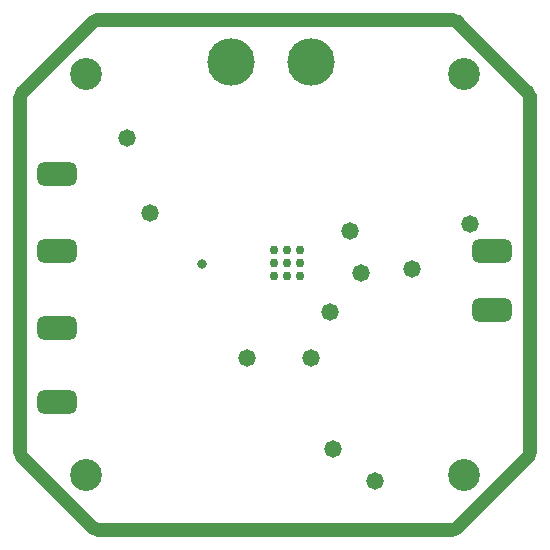
<source format=gbs>
G04*
G04 #@! TF.GenerationSoftware,Altium Limited,Altium Designer,22.2.1 (43)*
G04*
G04 Layer_Color=16711935*
%FSLAX25Y25*%
%MOIN*%
G70*
G04*
G04 #@! TF.SameCoordinates,E3E267CE-3B28-4E7D-86E6-9DA55300F0EE*
G04*
G04*
G04 #@! TF.FilePolarity,Negative*
G04*
G01*
G75*
%ADD15C,0.04724*%
G04:AMPARAMS|DCode=54|XSize=133mil|YSize=78mil|CornerRadius=21.5mil|HoleSize=0mil|Usage=FLASHONLY|Rotation=0.000|XOffset=0mil|YOffset=0mil|HoleType=Round|Shape=RoundedRectangle|*
%AMROUNDEDRECTD54*
21,1,0.13300,0.03500,0,0,0.0*
21,1,0.09000,0.07800,0,0,0.0*
1,1,0.04300,0.04500,-0.01750*
1,1,0.04300,-0.04500,-0.01750*
1,1,0.04300,-0.04500,0.01750*
1,1,0.04300,0.04500,0.01750*
%
%ADD54ROUNDEDRECTD54*%
%ADD55C,0.15800*%
%ADD56C,0.05800*%
%ADD57C,0.10642*%
%ADD58C,0.03300*%
%ADD59C,0.02965*%
D15*
X384252Y409449D02*
G03*
X383560Y411119I-2362J0D01*
G01*
X384252Y409449D02*
G03*
X383560Y411119I-2362J0D01*
G01*
X359938Y434741D02*
G03*
X358268Y435433I-1670J-1670D01*
G01*
X359938Y434741D02*
G03*
X358268Y435433I-1670J-1670D01*
G01*
X383560Y289668D02*
G03*
X384252Y291339I-1670J1670D01*
G01*
X383560Y289668D02*
G03*
X384252Y291339I-1670J1670D01*
G01*
X358268Y265354D02*
G03*
X359938Y266046I0J2362D01*
G01*
X358268Y265354D02*
G03*
X359938Y266046I0J2362D01*
G01*
X240158Y435433D02*
G03*
X238487Y434741I0J-2362D01*
G01*
X240158Y435433D02*
G03*
X238487Y434741I0J-2362D01*
G01*
X214865Y411119D02*
G03*
X214173Y409449I1670J-1670D01*
G01*
X214865Y411119D02*
G03*
X214173Y409449I1670J-1670D01*
G01*
X238487Y266046D02*
G03*
X240158Y265354I1670J1670D01*
G01*
X214173Y291339D02*
G03*
X214865Y289668I2362J0D01*
G01*
X214173Y291339D02*
G03*
X214865Y289668I2362J0D01*
G01*
X238487Y266046D02*
G03*
X240158Y265354I1670J1670D01*
G01*
X358268D01*
X214865Y289668D02*
X238487Y266046D01*
X214173Y291339D02*
Y409449D01*
X359938Y434741D02*
X383560Y411119D01*
X384252Y291339D02*
Y409449D01*
X359938Y266046D02*
X383560Y289668D01*
X240158Y435433D02*
X358268D01*
X214865Y411119D02*
X238487Y434741D01*
D54*
X371468Y338583D02*
D03*
Y358268D02*
D03*
X226400Y307900D02*
D03*
X226378Y332677D02*
D03*
Y358268D02*
D03*
Y383858D02*
D03*
D55*
X284300Y421200D02*
D03*
X311024Y421260D02*
D03*
D56*
X317300Y337900D02*
D03*
X364100Y367300D02*
D03*
X249800Y396000D02*
D03*
X311100Y322700D02*
D03*
X327900Y351000D02*
D03*
X289900Y322700D02*
D03*
X318400Y292200D02*
D03*
X332400Y281700D02*
D03*
X344800Y352200D02*
D03*
X324200Y364900D02*
D03*
X257300Y370800D02*
D03*
D57*
X362205Y417323D02*
D03*
X236221Y283465D02*
D03*
Y417323D02*
D03*
X362205Y283465D02*
D03*
D58*
X274700Y354000D02*
D03*
D59*
X307480Y350000D02*
D03*
X303150D02*
D03*
X298819D02*
D03*
X307480Y354331D02*
D03*
X303150D02*
D03*
X298819D02*
D03*
X307480Y358661D02*
D03*
X303150D02*
D03*
X298819D02*
D03*
M02*

</source>
